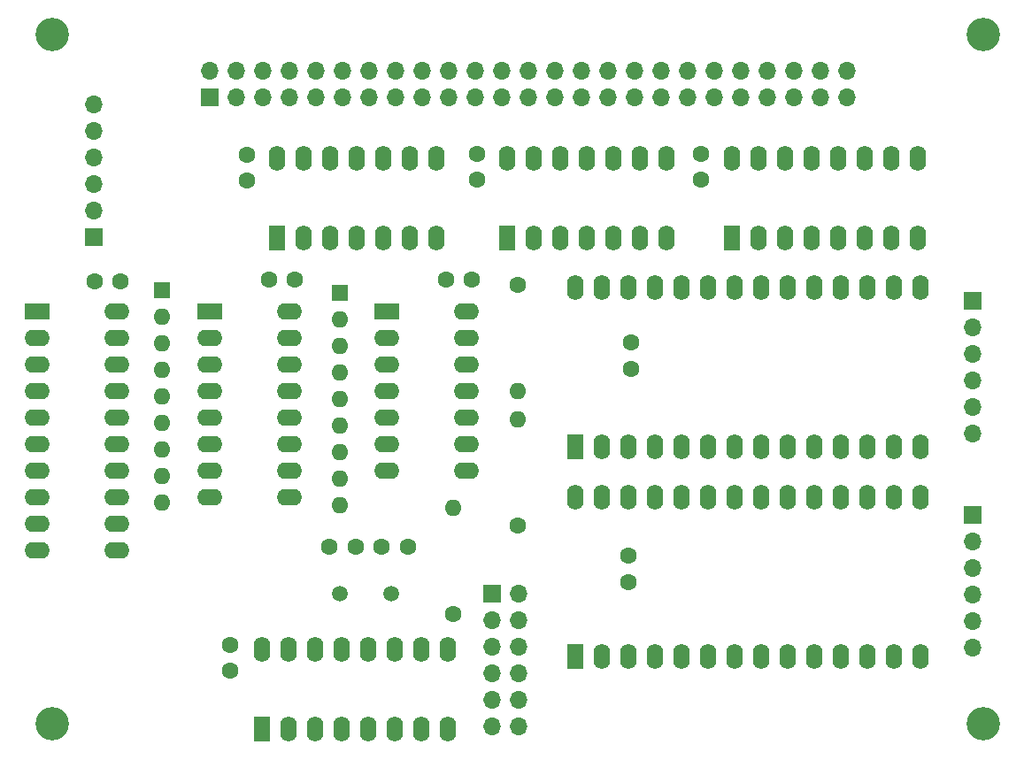
<source format=gbs>
G04 #@! TF.GenerationSoftware,KiCad,Pcbnew,(5.1.10-1-10_14)*
G04 #@! TF.CreationDate,2021-12-18T17:23:47+09:00*
G04 #@! TF.ProjectId,PC8001extRS232,50433830-3031-4657-9874-52533233322e,rev?*
G04 #@! TF.SameCoordinates,PX632ea00PY848f8c0*
G04 #@! TF.FileFunction,Soldermask,Bot*
G04 #@! TF.FilePolarity,Negative*
%FSLAX46Y46*%
G04 Gerber Fmt 4.6, Leading zero omitted, Abs format (unit mm)*
G04 Created by KiCad (PCBNEW (5.1.10-1-10_14)) date 2021-12-18 17:23:47*
%MOMM*%
%LPD*%
G01*
G04 APERTURE LIST*
%ADD10C,1.500000*%
%ADD11O,1.600000X2.400000*%
%ADD12R,1.600000X2.400000*%
%ADD13O,2.400000X1.600000*%
%ADD14R,2.400000X1.600000*%
%ADD15O,1.600000X1.600000*%
%ADD16R,1.600000X1.600000*%
%ADD17C,1.600000*%
%ADD18O,1.700000X1.700000*%
%ADD19R,1.700000X1.700000*%
%ADD20C,3.200000*%
G04 APERTURE END LIST*
D10*
X37880000Y17000000D03*
X33000000Y17000000D03*
D11*
X25500000Y11620000D03*
X43280000Y4000000D03*
X28040000Y11620000D03*
X40740000Y4000000D03*
X30580000Y11620000D03*
X38200000Y4000000D03*
X33120000Y11620000D03*
X35660000Y4000000D03*
X35660000Y11620000D03*
X33120000Y4000000D03*
X38200000Y11620000D03*
X30580000Y4000000D03*
X40740000Y11620000D03*
X28040000Y4000000D03*
X43280000Y11620000D03*
D12*
X25500000Y4000000D03*
D11*
X55500000Y26240000D03*
X88520000Y11000000D03*
X58040000Y26240000D03*
X85980000Y11000000D03*
X60580000Y26240000D03*
X83440000Y11000000D03*
X63120000Y26240000D03*
X80900000Y11000000D03*
X65660000Y26240000D03*
X78360000Y11000000D03*
X68200000Y26240000D03*
X75820000Y11000000D03*
X70740000Y26240000D03*
X73280000Y11000000D03*
X73280000Y26240000D03*
X70740000Y11000000D03*
X75820000Y26240000D03*
X68200000Y11000000D03*
X78360000Y26240000D03*
X65660000Y11000000D03*
X80900000Y26240000D03*
X63120000Y11000000D03*
X83440000Y26240000D03*
X60580000Y11000000D03*
X85980000Y26240000D03*
X58040000Y11000000D03*
X88520000Y26240000D03*
D12*
X55500000Y11000000D03*
D11*
X55500000Y46240000D03*
X88520000Y31000000D03*
X58040000Y46240000D03*
X85980000Y31000000D03*
X60580000Y46240000D03*
X83440000Y31000000D03*
X63120000Y46240000D03*
X80900000Y31000000D03*
X65660000Y46240000D03*
X78360000Y31000000D03*
X68200000Y46240000D03*
X75820000Y31000000D03*
X70740000Y46240000D03*
X73280000Y31000000D03*
X73280000Y46240000D03*
X70740000Y31000000D03*
X75820000Y46240000D03*
X68200000Y31000000D03*
X78360000Y46240000D03*
X65660000Y31000000D03*
X80900000Y46240000D03*
X63120000Y31000000D03*
X83440000Y46240000D03*
X60580000Y31000000D03*
X85980000Y46240000D03*
X58040000Y31000000D03*
X88520000Y46240000D03*
D12*
X55500000Y31000000D03*
D11*
X70500000Y58620000D03*
X88280000Y51000000D03*
X73040000Y58620000D03*
X85740000Y51000000D03*
X75580000Y58620000D03*
X83200000Y51000000D03*
X78120000Y58620000D03*
X80660000Y51000000D03*
X80660000Y58620000D03*
X78120000Y51000000D03*
X83200000Y58620000D03*
X75580000Y51000000D03*
X85740000Y58620000D03*
X73040000Y51000000D03*
X88280000Y58620000D03*
D12*
X70500000Y51000000D03*
D11*
X49000000Y58620000D03*
X64240000Y51000000D03*
X51540000Y58620000D03*
X61700000Y51000000D03*
X54080000Y58620000D03*
X59160000Y51000000D03*
X56620000Y58620000D03*
X56620000Y51000000D03*
X59160000Y58620000D03*
X54080000Y51000000D03*
X61700000Y58620000D03*
X51540000Y51000000D03*
X64240000Y58620000D03*
D12*
X49000000Y51000000D03*
D11*
X27000000Y58620000D03*
X42240000Y51000000D03*
X29540000Y58620000D03*
X39700000Y51000000D03*
X32080000Y58620000D03*
X37160000Y51000000D03*
X34620000Y58620000D03*
X34620000Y51000000D03*
X37160000Y58620000D03*
X32080000Y51000000D03*
X39700000Y58620000D03*
X29540000Y51000000D03*
X42240000Y58620000D03*
D12*
X27000000Y51000000D03*
D13*
X11620000Y44000000D03*
X4000000Y21140000D03*
X11620000Y41460000D03*
X4000000Y23680000D03*
X11620000Y38920000D03*
X4000000Y26220000D03*
X11620000Y36380000D03*
X4000000Y28760000D03*
X11620000Y33840000D03*
X4000000Y31300000D03*
X11620000Y31300000D03*
X4000000Y33840000D03*
X11620000Y28760000D03*
X4000000Y36380000D03*
X11620000Y26220000D03*
X4000000Y38920000D03*
X11620000Y23680000D03*
X4000000Y41460000D03*
X11620000Y21140000D03*
D14*
X4000000Y44000000D03*
D13*
X28120000Y44000000D03*
X20500000Y26220000D03*
X28120000Y41460000D03*
X20500000Y28760000D03*
X28120000Y38920000D03*
X20500000Y31300000D03*
X28120000Y36380000D03*
X20500000Y33840000D03*
X28120000Y33840000D03*
X20500000Y36380000D03*
X28120000Y31300000D03*
X20500000Y38920000D03*
X28120000Y28760000D03*
X20500000Y41460000D03*
X28120000Y26220000D03*
D14*
X20500000Y44000000D03*
D13*
X45120000Y44000000D03*
X37500000Y28760000D03*
X45120000Y41460000D03*
X37500000Y31300000D03*
X45120000Y38920000D03*
X37500000Y33840000D03*
X45120000Y36380000D03*
X37500000Y36380000D03*
X45120000Y33840000D03*
X37500000Y38920000D03*
X45120000Y31300000D03*
X37500000Y41460000D03*
X45120000Y28760000D03*
D14*
X37500000Y44000000D03*
D15*
X16000000Y25720000D03*
X16000000Y28260000D03*
X16000000Y30800000D03*
X16000000Y33340000D03*
X16000000Y35880000D03*
X16000000Y38420000D03*
X16000000Y40960000D03*
X16000000Y43500000D03*
D16*
X16000000Y46040000D03*
D15*
X33000000Y25420000D03*
X33000000Y27960000D03*
X33000000Y30500000D03*
X33000000Y33040000D03*
X33000000Y35580000D03*
X33000000Y38120000D03*
X33000000Y40660000D03*
X33000000Y43200000D03*
D16*
X33000000Y45740000D03*
D15*
X43800000Y25160000D03*
D17*
X43800000Y15000000D03*
D15*
X50000000Y36340000D03*
D17*
X50000000Y46500000D03*
D15*
X50000000Y33660000D03*
D17*
X50000000Y23500000D03*
D18*
X9400000Y63800000D03*
X9400000Y61260000D03*
X9400000Y58720000D03*
X9400000Y56180000D03*
X9400000Y53640000D03*
D19*
X9400000Y51100000D03*
D18*
X93500000Y11800000D03*
X93500000Y14340000D03*
X93500000Y16880000D03*
X93500000Y19420000D03*
X93500000Y21960000D03*
D19*
X93500000Y24500000D03*
D18*
X93500000Y32300000D03*
X93500000Y34840000D03*
X93500000Y37380000D03*
X93500000Y39920000D03*
X93500000Y42460000D03*
D19*
X93500000Y45000000D03*
D18*
X50040000Y4300000D03*
X47500000Y4300000D03*
X50040000Y6840000D03*
X47500000Y6840000D03*
X50040000Y9380000D03*
X47500000Y9380000D03*
X50040000Y11920000D03*
X47500000Y11920000D03*
X50040000Y14460000D03*
X47500000Y14460000D03*
X50040000Y17000000D03*
D19*
X47500000Y17000000D03*
D18*
X81460000Y67040000D03*
X81460000Y64500000D03*
X78920000Y67040000D03*
X78920000Y64500000D03*
X76380000Y67040000D03*
X76380000Y64500000D03*
X73840000Y67040000D03*
X73840000Y64500000D03*
X71300000Y67040000D03*
X71300000Y64500000D03*
X68760000Y67040000D03*
X68760000Y64500000D03*
X66220000Y67040000D03*
X66220000Y64500000D03*
X63680000Y67040000D03*
X63680000Y64500000D03*
X61140000Y67040000D03*
X61140000Y64500000D03*
X58600000Y67040000D03*
X58600000Y64500000D03*
X56060000Y67040000D03*
X56060000Y64500000D03*
X53520000Y67040000D03*
X53520000Y64500000D03*
X50980000Y67040000D03*
X50980000Y64500000D03*
X48440000Y67040000D03*
X48440000Y64500000D03*
X45900000Y67040000D03*
X45900000Y64500000D03*
X43360000Y67040000D03*
X43360000Y64500000D03*
X40820000Y67040000D03*
X40820000Y64500000D03*
X38280000Y67040000D03*
X38280000Y64500000D03*
X35740000Y67040000D03*
X35740000Y64500000D03*
X33200000Y67040000D03*
X33200000Y64500000D03*
X30660000Y67040000D03*
X30660000Y64500000D03*
X28120000Y67040000D03*
X28120000Y64500000D03*
X25580000Y67040000D03*
X25580000Y64500000D03*
X23040000Y67040000D03*
X23040000Y64500000D03*
X20500000Y67040000D03*
D19*
X20500000Y64500000D03*
D20*
X5500000Y4500000D03*
X94500000Y4500000D03*
X94500000Y70500000D03*
X5500000Y70500000D03*
D17*
X34500000Y21500000D03*
X32000000Y21500000D03*
X37000000Y21500000D03*
X39500000Y21500000D03*
X22500000Y12100000D03*
X22500000Y9600000D03*
X60600000Y20600000D03*
X60600000Y18100000D03*
X60800000Y41000000D03*
X60800000Y38500000D03*
X67500000Y59100000D03*
X67500000Y56600000D03*
X46100000Y59100000D03*
X46100000Y56600000D03*
X24100000Y59000000D03*
X24100000Y56500000D03*
X12000000Y46900000D03*
X9500000Y46900000D03*
X28700000Y47000000D03*
X26200000Y47000000D03*
X45600000Y47000000D03*
X43100000Y47000000D03*
M02*

</source>
